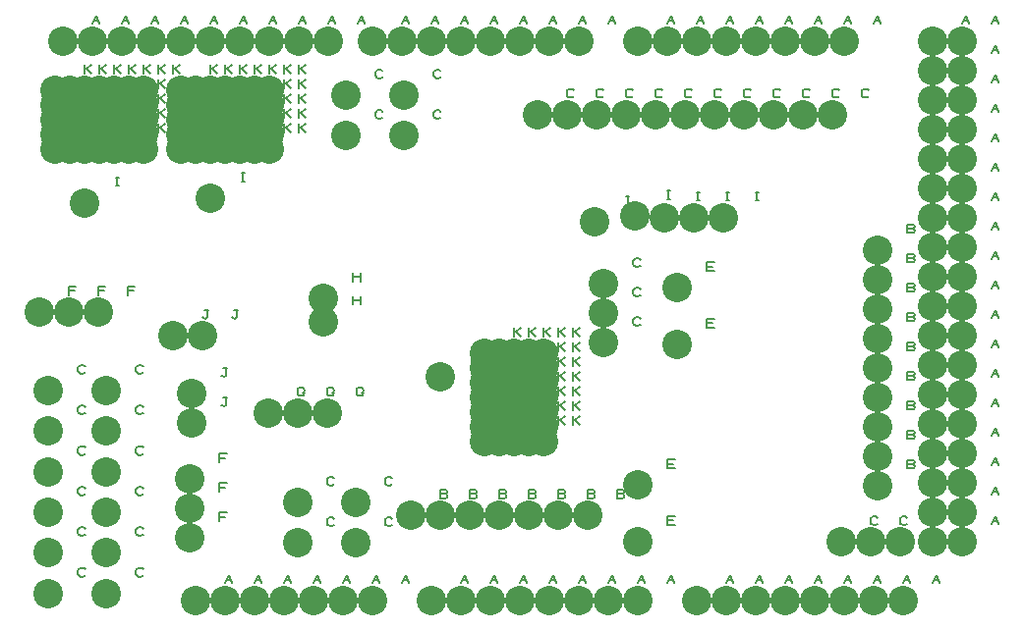
<source format=gbr>
G04 EasyPC Gerber Version 21.0.3 Build 4286 *
G04 #@! TF.Part,Single*
G04 #@! TF.FileFunction,Drillmap *
G04 #@! TF.FilePolarity,Positive *
%FSLAX35Y35*%
%MOIN*%
%ADD118C,0.00669*%
G04 #@! TA.AperFunction,ComponentPad*
%ADD119C,0.10000*%
X0Y0D02*
D02*
D118*
X31069Y115477D02*
Y118430D01*
X33530*
X33037Y116954D02*
X31069D01*
X36628Y20343D02*
X36382Y20097D01*
X35890Y19851*
X35152*
X34659Y20097*
X34413Y20343*
X34167Y20835*
Y21820*
X34413Y22312*
X34659Y22558*
X35152Y22804*
X35890*
X36382Y22558*
X36628Y22312*
Y34123D02*
X36382Y33877D01*
X35890Y33631*
X35152*
X34659Y33877*
X34413Y34123*
X34167Y34615*
Y35599*
X34413Y36091*
X34659Y36337*
X35152Y36583*
X35890*
X36382Y36337*
X36628Y36091*
Y47902D02*
X36382Y47656D01*
X35890Y47410*
X35152*
X34659Y47656*
X34413Y47902*
X34167Y48394*
Y49379*
X34413Y49871*
X34659Y50117*
X35152Y50363*
X35890*
X36382Y50117*
X36628Y49871*
Y61682D02*
X36382Y61436D01*
X35890Y61190*
X35152*
X34659Y61436*
X34413Y61682*
X34167Y62174*
Y63158*
X34413Y63650*
X34659Y63896*
X35152Y64143*
X35890*
X36382Y63896*
X36628Y63650*
Y75461D02*
X36382Y75215D01*
X35890Y74969*
X35152*
X34659Y75215*
X34413Y75461*
X34167Y75954*
Y76938*
X34413Y77430*
X34659Y77676*
X35152Y77922*
X35890*
X36382Y77676*
X36628Y77430*
Y89241D02*
X36382Y88995D01*
X35890Y88749*
X35152*
X34659Y88995*
X34413Y89241*
X34167Y89733*
Y90717*
X34413Y91209*
X34659Y91456*
X35152Y91702*
X35890*
X36382Y91456*
X36628Y91209*
X36305Y170792D02*
Y173745D01*
Y172269D02*
X37043D01*
X38766Y173745*
X37043Y172269D02*
X38766Y170792D01*
X36305Y175792D02*
Y178745D01*
Y177269D02*
X37043D01*
X38766Y178745*
X37043Y177269D02*
X38766Y175792D01*
X36305Y180792D02*
Y183745D01*
Y182269D02*
X37043D01*
X38766Y183745*
X37043Y182269D02*
X38766Y180792D01*
X36305Y185792D02*
Y188745D01*
Y187269D02*
X37043D01*
X38766Y188745*
X37043Y187269D02*
X38766Y185792D01*
X36305Y190792D02*
Y193745D01*
Y192269D02*
X37043D01*
X38766Y193745*
X37043Y192269D02*
X38766Y190792D01*
X39159Y207550D02*
X40390Y210503D01*
X41620Y207550*
X39652Y208780D02*
X41128D01*
X41069Y115477D02*
Y118430D01*
X43530*
X43037Y116954D02*
X41069D01*
X41305Y170792D02*
Y173745D01*
Y172269D02*
X42043D01*
X43766Y173745*
X42043Y172269D02*
X43766Y170792D01*
X41305Y175792D02*
Y178745D01*
Y177269D02*
X42043D01*
X43766Y178745*
X42043Y177269D02*
X43766Y175792D01*
X41305Y180792D02*
Y183745D01*
Y182269D02*
X42043D01*
X43766Y183745*
X42043Y182269D02*
X43766Y180792D01*
X41305Y185792D02*
Y188745D01*
Y187269D02*
X42043D01*
X43766Y188745*
X42043Y187269D02*
X43766Y185792D01*
X41305Y190792D02*
Y193745D01*
Y192269D02*
X42043D01*
X43766Y193745*
X42043Y192269D02*
X43766Y190792D01*
X46305Y170792D02*
Y173745D01*
Y172269D02*
X47043D01*
X48766Y173745*
X47043Y172269D02*
X48766Y170792D01*
X46305Y175792D02*
Y178745D01*
Y177269D02*
X47043D01*
X48766Y178745*
X47043Y177269D02*
X48766Y175792D01*
X46305Y180792D02*
Y183745D01*
Y182269D02*
X47043D01*
X48766Y183745*
X47043Y182269D02*
X48766Y180792D01*
X46305Y185792D02*
Y188745D01*
Y187269D02*
X47043D01*
X48766Y188745*
X47043Y187269D02*
X48766Y185792D01*
X46305Y190792D02*
Y193745D01*
Y192269D02*
X47043D01*
X48766Y193745*
X47043Y192269D02*
X48766Y190792D01*
X47083Y152564D02*
X48067D01*
X47575D02*
Y155517D01*
X47083D02*
X48067D01*
X49159Y207550D02*
X50390Y210503D01*
X51620Y207550*
X49652Y208780D02*
X51128D01*
X51069Y115477D02*
Y118430D01*
X53530*
X53037Y116954D02*
X51069D01*
X51305Y170792D02*
Y173745D01*
Y172269D02*
X52043D01*
X53766Y173745*
X52043Y172269D02*
X53766Y170792D01*
X51305Y175792D02*
Y178745D01*
Y177269D02*
X52043D01*
X53766Y178745*
X52043Y177269D02*
X53766Y175792D01*
X51305Y180792D02*
Y183745D01*
Y182269D02*
X52043D01*
X53766Y183745*
X52043Y182269D02*
X53766Y180792D01*
X51305Y185792D02*
Y188745D01*
Y187269D02*
X52043D01*
X53766Y188745*
X52043Y187269D02*
X53766Y185792D01*
X51305Y190792D02*
Y193745D01*
Y192269D02*
X52043D01*
X53766Y193745*
X52043Y192269D02*
X53766Y190792D01*
X56313Y20343D02*
X56067Y20097D01*
X55575Y19851*
X54837*
X54344Y20097*
X54098Y20343*
X53852Y20835*
Y21820*
X54098Y22312*
X54344Y22558*
X54837Y22804*
X55575*
X56067Y22558*
X56313Y22312*
Y34123D02*
X56067Y33877D01*
X55575Y33631*
X54837*
X54344Y33877*
X54098Y34123*
X53852Y34615*
Y35599*
X54098Y36091*
X54344Y36337*
X54837Y36583*
X55575*
X56067Y36337*
X56313Y36091*
Y47902D02*
X56067Y47656D01*
X55575Y47410*
X54837*
X54344Y47656*
X54098Y47902*
X53852Y48394*
Y49379*
X54098Y49871*
X54344Y50117*
X54837Y50363*
X55575*
X56067Y50117*
X56313Y49871*
Y61682D02*
X56067Y61436D01*
X55575Y61190*
X54837*
X54344Y61436*
X54098Y61682*
X53852Y62174*
Y63158*
X54098Y63650*
X54344Y63896*
X54837Y64143*
X55575*
X56067Y63896*
X56313Y63650*
Y75461D02*
X56067Y75215D01*
X55575Y74969*
X54837*
X54344Y75215*
X54098Y75461*
X53852Y75954*
Y76938*
X54098Y77430*
X54344Y77676*
X54837Y77922*
X55575*
X56067Y77676*
X56313Y77430*
Y89241D02*
X56067Y88995D01*
X55575Y88749*
X54837*
X54344Y88995*
X54098Y89241*
X53852Y89733*
Y90717*
X54098Y91209*
X54344Y91456*
X54837Y91702*
X55575*
X56067Y91456*
X56313Y91209*
X56305Y170792D02*
Y173745D01*
Y172269D02*
X57043D01*
X58766Y173745*
X57043Y172269D02*
X58766Y170792D01*
X56305Y175792D02*
Y178745D01*
Y177269D02*
X57043D01*
X58766Y178745*
X57043Y177269D02*
X58766Y175792D01*
X56305Y180792D02*
Y183745D01*
Y182269D02*
X57043D01*
X58766Y183745*
X57043Y182269D02*
X58766Y180792D01*
X56305Y185792D02*
Y188745D01*
Y187269D02*
X57043D01*
X58766Y188745*
X57043Y187269D02*
X58766Y185792D01*
X56305Y190792D02*
Y193745D01*
Y192269D02*
X57043D01*
X58766Y193745*
X57043Y192269D02*
X58766Y190792D01*
X59159Y207550D02*
X60390Y210503D01*
X61620Y207550*
X59652Y208780D02*
X61128D01*
X61305Y170792D02*
Y173745D01*
Y172269D02*
X62043D01*
X63766Y173745*
X62043Y172269D02*
X63766Y170792D01*
X61305Y175792D02*
Y178745D01*
Y177269D02*
X62043D01*
X63766Y178745*
X62043Y177269D02*
X63766Y175792D01*
X61305Y180792D02*
Y183745D01*
Y182269D02*
X62043D01*
X63766Y183745*
X62043Y182269D02*
X63766Y180792D01*
X61305Y185792D02*
Y188745D01*
Y187269D02*
X62043D01*
X63766Y188745*
X62043Y187269D02*
X63766Y185792D01*
X61305Y190792D02*
Y193745D01*
Y192269D02*
X62043D01*
X63766Y193745*
X62043Y192269D02*
X63766Y190792D01*
X66305Y170792D02*
Y173745D01*
Y172269D02*
X67043D01*
X68766Y173745*
X67043Y172269D02*
X68766Y170792D01*
X66305Y175792D02*
Y178745D01*
Y177269D02*
X67043D01*
X68766Y178745*
X67043Y177269D02*
X68766Y175792D01*
X66305Y180792D02*
Y183745D01*
Y182269D02*
X67043D01*
X68766Y183745*
X67043Y182269D02*
X68766Y180792D01*
X66305Y185792D02*
Y188745D01*
Y187269D02*
X67043D01*
X68766Y188745*
X67043Y187269D02*
X68766Y185792D01*
X66305Y190792D02*
Y193745D01*
Y192269D02*
X67043D01*
X68766Y193745*
X67043Y192269D02*
X68766Y190792D01*
X69159Y207550D02*
X70390Y210503D01*
X71620Y207550*
X69652Y208780D02*
X71128D01*
X76581Y107938D02*
X76827Y107692D01*
X77319Y107446*
X77811Y107692*
X78057Y107938*
Y110398*
X78549*
X78057D02*
X77073D01*
X79061Y170792D02*
Y173745D01*
Y172269D02*
X79799D01*
X81522Y173745*
X79799Y172269D02*
X81522Y170792D01*
X79061Y175792D02*
Y178745D01*
Y177269D02*
X79799D01*
X81522Y178745*
X79799Y177269D02*
X81522Y175792D01*
X79061Y180792D02*
Y183745D01*
Y182269D02*
X79799D01*
X81522Y183745*
X79799Y182269D02*
X81522Y180792D01*
X79061Y185792D02*
Y188745D01*
Y187269D02*
X79799D01*
X81522Y188745*
X79799Y187269D02*
X81522Y185792D01*
X79061Y190792D02*
Y193745D01*
Y192269D02*
X79799D01*
X81522Y193745*
X79799Y192269D02*
X81522Y190792D01*
X79159Y207550D02*
X80390Y210503D01*
X81620Y207550*
X79652Y208780D02*
X81128D01*
X82250Y38706D02*
Y41658D01*
X84711*
X84219Y40182D02*
X82250D01*
Y48706D02*
Y51658D01*
X84711*
X84219Y50182D02*
X82250D01*
Y58706D02*
Y61658D01*
X84711*
X84219Y60182D02*
X82250D01*
X82959Y78174D02*
X83205Y77928D01*
X83697Y77682*
X84189Y77928*
X84435Y78174*
Y80635*
X84927*
X84435D02*
X83451D01*
X82959Y88174D02*
X83205Y87928D01*
X83697Y87682*
X84189Y87928*
X84435Y88174*
Y90635*
X84927*
X84435D02*
X83451D01*
X84061Y170792D02*
Y173745D01*
Y172269D02*
X84799D01*
X86522Y173745*
X84799Y172269D02*
X86522Y170792D01*
X84061Y175792D02*
Y178745D01*
Y177269D02*
X84799D01*
X86522Y178745*
X84799Y177269D02*
X86522Y175792D01*
X84061Y180792D02*
Y183745D01*
Y182269D02*
X84799D01*
X86522Y183745*
X84799Y182269D02*
X86522Y180792D01*
X84061Y185792D02*
Y188745D01*
Y187269D02*
X84799D01*
X86522Y188745*
X84799Y187269D02*
X86522Y185792D01*
X84061Y190792D02*
Y193745D01*
Y192269D02*
X84799D01*
X86522Y193745*
X84799Y192269D02*
X86522Y190792D01*
X84159Y17550D02*
X85390Y20503D01*
X86620Y17550*
X84652Y18780D02*
X86128D01*
X86581Y107938D02*
X86827Y107692D01*
X87319Y107446*
X87811Y107692*
X88057Y107938*
Y110398*
X88549*
X88057D02*
X87073D01*
X89720Y153981D02*
X90705D01*
X90213D02*
Y156934D01*
X89720D02*
X90705D01*
X89061Y170792D02*
Y173745D01*
Y172269D02*
X89799D01*
X91522Y173745*
X89799Y172269D02*
X91522Y170792D01*
X89061Y175792D02*
Y178745D01*
Y177269D02*
X89799D01*
X91522Y178745*
X89799Y177269D02*
X91522Y175792D01*
X89061Y180792D02*
Y183745D01*
Y182269D02*
X89799D01*
X91522Y183745*
X89799Y182269D02*
X91522Y180792D01*
X89061Y185792D02*
Y188745D01*
Y187269D02*
X89799D01*
X91522Y188745*
X89799Y187269D02*
X91522Y185792D01*
X89061Y190792D02*
Y193745D01*
Y192269D02*
X89799D01*
X91522Y193745*
X89799Y192269D02*
X91522Y190792D01*
X89159Y207550D02*
X90390Y210503D01*
X91620Y207550*
X89652Y208780D02*
X91128D01*
X94061Y170792D02*
Y173745D01*
Y172269D02*
X94799D01*
X96522Y173745*
X94799Y172269D02*
X96522Y170792D01*
X94061Y175792D02*
Y178745D01*
Y177269D02*
X94799D01*
X96522Y178745*
X94799Y177269D02*
X96522Y175792D01*
X94061Y180792D02*
Y183745D01*
Y182269D02*
X94799D01*
X96522Y183745*
X94799Y182269D02*
X96522Y180792D01*
X94061Y185792D02*
Y188745D01*
Y187269D02*
X94799D01*
X96522Y188745*
X94799Y187269D02*
X96522Y185792D01*
X94061Y190792D02*
Y193745D01*
Y192269D02*
X94799D01*
X96522Y193745*
X94799Y192269D02*
X96522Y190792D01*
X94159Y17550D02*
X95390Y20503D01*
X96620Y17550*
X94652Y18780D02*
X96128D01*
X99061Y170792D02*
Y173745D01*
Y172269D02*
X99799D01*
X101522Y173745*
X99799Y172269D02*
X101522Y170792D01*
X99061Y175792D02*
Y178745D01*
Y177269D02*
X99799D01*
X101522Y178745*
X99799Y177269D02*
X101522Y175792D01*
X99061Y180792D02*
Y183745D01*
Y182269D02*
X99799D01*
X101522Y183745*
X99799Y182269D02*
X101522Y180792D01*
X99061Y185792D02*
Y188745D01*
Y187269D02*
X99799D01*
X101522Y188745*
X99799Y187269D02*
X101522Y185792D01*
X99061Y190792D02*
Y193745D01*
Y192269D02*
X99799D01*
X101522Y193745*
X99799Y192269D02*
X101522Y190792D01*
X99159Y207550D02*
X100390Y210503D01*
X101620Y207550*
X99652Y208780D02*
X101128D01*
X104061Y170792D02*
Y173745D01*
Y172269D02*
X104799D01*
X106522Y173745*
X104799Y172269D02*
X106522Y170792D01*
X104061Y175792D02*
Y178745D01*
Y177269D02*
X104799D01*
X106522Y178745*
X104799Y177269D02*
X106522Y175792D01*
X104061Y180792D02*
Y183745D01*
Y182269D02*
X104799D01*
X106522Y183745*
X104799Y182269D02*
X106522Y180792D01*
X104061Y185792D02*
Y188745D01*
Y187269D02*
X104799D01*
X106522Y188745*
X104799Y187269D02*
X106522Y185792D01*
X104061Y190792D02*
Y193745D01*
Y192269D02*
X104799D01*
X106522Y193745*
X104799Y192269D02*
X106522Y190792D01*
X104159Y17550D02*
X105390Y20503D01*
X106620Y17550*
X104652Y18780D02*
X106128D01*
X110429Y82456D02*
X111167D01*
Y82209*
X110921Y81717*
X110675Y81471*
X110183Y81225*
X109691*
X109199Y81471*
X108953Y81717*
X108707Y82209*
Y83194*
X108953Y83686*
X109199Y83932*
X109691Y84178*
X110183*
X110675Y83932*
X110921Y83686*
X111167Y83194*
X109061Y170792D02*
Y173745D01*
Y172269D02*
X109799D01*
X111522Y173745*
X109799Y172269D02*
X111522Y170792D01*
X109061Y175792D02*
Y178745D01*
Y177269D02*
X109799D01*
X111522Y178745*
X109799Y177269D02*
X111522Y175792D01*
X109061Y180792D02*
Y183745D01*
Y182269D02*
X109799D01*
X111522Y183745*
X109799Y182269D02*
X111522Y180792D01*
X109061Y185792D02*
Y188745D01*
Y187269D02*
X109799D01*
X111522Y188745*
X109799Y187269D02*
X111522Y185792D01*
X109061Y190792D02*
Y193745D01*
Y192269D02*
X109799D01*
X111522Y193745*
X109799Y192269D02*
X111522Y190792D01*
X109159Y207550D02*
X110390Y210503D01*
X111620Y207550*
X109652Y208780D02*
X111128D01*
X114159Y17550D02*
X115390Y20503D01*
X116620Y17550*
X114652Y18780D02*
X116128D01*
X121108Y37485D02*
X120862Y37239D01*
X120370Y36993*
X119632*
X119140Y37239*
X118894Y37485*
X118648Y37977*
Y38961*
X118894Y39454*
X119140Y39700*
X119632Y39946*
X120370*
X120862Y39700*
X121108Y39454*
Y51265D02*
X120862Y51019D01*
X120370Y50772*
X119632*
X119140Y51019*
X118894Y51265*
X118648Y51757*
Y52741*
X118894Y53233*
X119140Y53479*
X119632Y53725*
X120370*
X120862Y53479*
X121108Y53233*
X120429Y82456D02*
X121167D01*
Y82209*
X120921Y81717*
X120675Y81471*
X120183Y81225*
X119691*
X119199Y81471*
X118953Y81717*
X118707Y82209*
Y83194*
X118953Y83686*
X119199Y83932*
X119691Y84178*
X120183*
X120675Y83932*
X120921Y83686*
X121167Y83194*
X119159Y207550D02*
X120390Y210503D01*
X121620Y207550*
X119652Y208780D02*
X121128D01*
X124159Y17550D02*
X125390Y20503D01*
X126620Y17550*
X124652Y18780D02*
X126128D01*
X127604Y112249D02*
Y115202D01*
Y113725D02*
X130065D01*
Y112249D02*
Y115202D01*
X127604Y120123D02*
Y123076D01*
Y121599D02*
X130065D01*
Y120123D02*
Y123076D01*
X130429Y82456D02*
X131167D01*
Y82209*
X130921Y81717*
X130675Y81471*
X130183Y81225*
X129691*
X129199Y81471*
X128953Y81717*
X128707Y82209*
Y83194*
X128953Y83686*
X129199Y83932*
X129691Y84178*
X130183*
X130675Y83932*
X130921Y83686*
X131167Y83194*
X129159Y207550D02*
X130390Y210503D01*
X131620Y207550*
X129652Y208780D02*
X131128D01*
X134159Y17550D02*
X135390Y20503D01*
X136620Y17550*
X134652Y18780D02*
X136128D01*
X137589Y175869D02*
X137343Y175623D01*
X136850Y175377*
X136112*
X135620Y175623*
X135374Y175869*
X135128Y176361*
Y177345*
X135374Y177837*
X135620Y178083*
X136112Y178330*
X136850*
X137343Y178083*
X137589Y177837*
Y189648D02*
X137343Y189402D01*
X136850Y189156*
X136112*
X135620Y189402*
X135374Y189648*
X135128Y190141*
Y191125*
X135374Y191617*
X135620Y191863*
X136112Y192109*
X136850*
X137343Y191863*
X137589Y191617*
X140793Y37485D02*
X140547Y37239D01*
X140055Y36993*
X139317*
X138825Y37239*
X138579Y37485*
X138333Y37977*
Y38961*
X138579Y39454*
X138825Y39700*
X139317Y39946*
X140055*
X140547Y39700*
X140793Y39454*
Y51265D02*
X140547Y51019D01*
X140055Y50772*
X139317*
X138825Y51019*
X138579Y51265*
X138333Y51757*
Y52741*
X138579Y53233*
X138825Y53479*
X139317Y53725*
X140055*
X140547Y53479*
X140793Y53233*
X144159Y17550D02*
X145390Y20503D01*
X146620Y17550*
X144652Y18780D02*
X146128D01*
X144159Y207550D02*
X145390Y210503D01*
X146620Y207550*
X144652Y208780D02*
X146128D01*
X154159Y207550D02*
X155390Y210503D01*
X156620Y207550*
X154652Y208780D02*
X156128D01*
X157274Y175869D02*
X157028Y175623D01*
X156535Y175377*
X155797*
X155305Y175623*
X155059Y175869*
X154813Y176361*
Y177345*
X155059Y177837*
X155305Y178083*
X155797Y178330*
X156535*
X157028Y178083*
X157274Y177837*
Y189648D02*
X157028Y189402D01*
X156535Y189156*
X155797*
X155305Y189402*
X155059Y189648*
X154813Y190141*
Y191125*
X155059Y191617*
X155305Y191863*
X155797Y192109*
X156535*
X157028Y191863*
X157274Y191617*
X158854Y47977D02*
X159346Y47731D01*
X159593Y47239*
X159346Y46747*
X158854Y46501*
X157132*
Y49454*
X158854*
X159346Y49207*
X159593Y48715*
X159346Y48223*
X158854Y47977*
X157132*
X164159Y17550D02*
X165390Y20503D01*
X166620Y17550*
X164652Y18780D02*
X166128D01*
X164159Y207550D02*
X165390Y210503D01*
X166620Y207550*
X164652Y208780D02*
X166128D01*
X167791Y93509D02*
X168776D01*
X168283D02*
Y96461D01*
X167791D02*
X168776D01*
X168854Y47977D02*
X169346Y47731D01*
X169593Y47239*
X169346Y46747*
X168854Y46501*
X167132*
Y49454*
X168854*
X169346Y49207*
X169593Y48715*
X169346Y48223*
X168854Y47977*
X167132*
X174159Y17550D02*
X175390Y20503D01*
X176620Y17550*
X174652Y18780D02*
X176128D01*
X174159Y207550D02*
X175390Y210503D01*
X176620Y207550*
X174652Y208780D02*
X176128D01*
X178854Y47977D02*
X179346Y47731D01*
X179593Y47239*
X179346Y46747*
X178854Y46501*
X177132*
Y49454*
X178854*
X179346Y49207*
X179593Y48715*
X179346Y48223*
X178854Y47977*
X177132*
X181974Y71422D02*
Y74375D01*
Y72898D02*
X182713D01*
X184435Y74375*
X182713Y72898D02*
X184435Y71422D01*
X181974Y76422D02*
Y79375D01*
Y77898D02*
X182713D01*
X184435Y79375*
X182713Y77898D02*
X184435Y76422D01*
X181974Y81422D02*
Y84375D01*
Y82898D02*
X182713D01*
X184435Y84375*
X182713Y82898D02*
X184435Y81422D01*
X181974Y86422D02*
Y89375D01*
Y87898D02*
X182713D01*
X184435Y89375*
X182713Y87898D02*
X184435Y86422D01*
X181974Y91422D02*
Y94375D01*
Y92898D02*
X182713D01*
X184435Y94375*
X182713Y92898D02*
X184435Y91422D01*
X181974Y96422D02*
Y99375D01*
Y97898D02*
X182713D01*
X184435Y99375*
X182713Y97898D02*
X184435Y96422D01*
X181974Y101422D02*
Y104375D01*
Y102898D02*
X182713D01*
X184435Y104375*
X182713Y102898D02*
X184435Y101422D01*
X184159Y17550D02*
X185390Y20503D01*
X186620Y17550*
X184652Y18780D02*
X186128D01*
X184159Y207550D02*
X185390Y210503D01*
X186620Y207550*
X184652Y208780D02*
X186128D01*
X186974Y71422D02*
Y74375D01*
Y72898D02*
X187713D01*
X189435Y74375*
X187713Y72898D02*
X189435Y71422D01*
X186974Y76422D02*
Y79375D01*
Y77898D02*
X187713D01*
X189435Y79375*
X187713Y77898D02*
X189435Y76422D01*
X186974Y81422D02*
Y84375D01*
Y82898D02*
X187713D01*
X189435Y84375*
X187713Y82898D02*
X189435Y81422D01*
X186974Y86422D02*
Y89375D01*
Y87898D02*
X187713D01*
X189435Y89375*
X187713Y87898D02*
X189435Y86422D01*
X186974Y91422D02*
Y94375D01*
Y92898D02*
X187713D01*
X189435Y94375*
X187713Y92898D02*
X189435Y91422D01*
X186974Y96422D02*
Y99375D01*
Y97898D02*
X187713D01*
X189435Y99375*
X187713Y97898D02*
X189435Y96422D01*
X186974Y101422D02*
Y104375D01*
Y102898D02*
X187713D01*
X189435Y104375*
X187713Y102898D02*
X189435Y101422D01*
X188854Y47977D02*
X189346Y47731D01*
X189593Y47239*
X189346Y46747*
X188854Y46501*
X187132*
Y49454*
X188854*
X189346Y49207*
X189593Y48715*
X189346Y48223*
X188854Y47977*
X187132*
X191974Y71422D02*
Y74375D01*
Y72898D02*
X192713D01*
X194435Y74375*
X192713Y72898D02*
X194435Y71422D01*
X191974Y76422D02*
Y79375D01*
Y77898D02*
X192713D01*
X194435Y79375*
X192713Y77898D02*
X194435Y76422D01*
X191974Y81422D02*
Y84375D01*
Y82898D02*
X192713D01*
X194435Y84375*
X192713Y82898D02*
X194435Y81422D01*
X191974Y86422D02*
Y89375D01*
Y87898D02*
X192713D01*
X194435Y89375*
X192713Y87898D02*
X194435Y86422D01*
X191974Y91422D02*
Y94375D01*
Y92898D02*
X192713D01*
X194435Y94375*
X192713Y92898D02*
X194435Y91422D01*
X191974Y96422D02*
Y99375D01*
Y97898D02*
X192713D01*
X194435Y99375*
X192713Y97898D02*
X194435Y96422D01*
X191974Y101422D02*
Y104375D01*
Y102898D02*
X192713D01*
X194435Y104375*
X192713Y102898D02*
X194435Y101422D01*
X194159Y17550D02*
X195390Y20503D01*
X196620Y17550*
X194652Y18780D02*
X196128D01*
X194159Y207550D02*
X195390Y210503D01*
X196620Y207550*
X194652Y208780D02*
X196128D01*
X196974Y71422D02*
Y74375D01*
Y72898D02*
X197713D01*
X199435Y74375*
X197713Y72898D02*
X199435Y71422D01*
X196974Y76422D02*
Y79375D01*
Y77898D02*
X197713D01*
X199435Y79375*
X197713Y77898D02*
X199435Y76422D01*
X196974Y81422D02*
Y84375D01*
Y82898D02*
X197713D01*
X199435Y84375*
X197713Y82898D02*
X199435Y81422D01*
X196974Y86422D02*
Y89375D01*
Y87898D02*
X197713D01*
X199435Y89375*
X197713Y87898D02*
X199435Y86422D01*
X196974Y91422D02*
Y94375D01*
Y92898D02*
X197713D01*
X199435Y94375*
X197713Y92898D02*
X199435Y91422D01*
X196974Y96422D02*
Y99375D01*
Y97898D02*
X197713D01*
X199435Y99375*
X197713Y97898D02*
X199435Y96422D01*
X196974Y101422D02*
Y104375D01*
Y102898D02*
X197713D01*
X199435Y104375*
X197713Y102898D02*
X199435Y101422D01*
X198854Y47977D02*
X199346Y47731D01*
X199593Y47239*
X199346Y46747*
X198854Y46501*
X197132*
Y49454*
X198854*
X199346Y49207*
X199593Y48715*
X199346Y48223*
X198854Y47977*
X197132*
X202504Y183042D02*
X202258Y182796D01*
X201766Y182550*
X201028*
X200535Y182796*
X200289Y183042*
X200043Y183534*
Y184519*
X200289Y185011*
X200535Y185257*
X201028Y185503*
X201766*
X202258Y185257*
X202504Y185011*
X201974Y71422D02*
Y74375D01*
Y72898D02*
X202713D01*
X204435Y74375*
X202713Y72898D02*
X204435Y71422D01*
X201974Y76422D02*
Y79375D01*
Y77898D02*
X202713D01*
X204435Y79375*
X202713Y77898D02*
X204435Y76422D01*
X201974Y81422D02*
Y84375D01*
Y82898D02*
X202713D01*
X204435Y84375*
X202713Y82898D02*
X204435Y81422D01*
X201974Y86422D02*
Y89375D01*
Y87898D02*
X202713D01*
X204435Y89375*
X202713Y87898D02*
X204435Y86422D01*
X201974Y91422D02*
Y94375D01*
Y92898D02*
X202713D01*
X204435Y94375*
X202713Y92898D02*
X204435Y91422D01*
X201974Y96422D02*
Y99375D01*
Y97898D02*
X202713D01*
X204435Y99375*
X202713Y97898D02*
X204435Y96422D01*
X201974Y101422D02*
Y104375D01*
Y102898D02*
X202713D01*
X204435Y104375*
X202713Y102898D02*
X204435Y101422D01*
X204159Y17550D02*
X205390Y20503D01*
X206620Y17550*
X204652Y18780D02*
X206128D01*
X204159Y207550D02*
X205390Y210503D01*
X206620Y207550*
X204652Y208780D02*
X206128D01*
X208854Y47977D02*
X209346Y47731D01*
X209593Y47239*
X209346Y46747*
X208854Y46501*
X207132*
Y49454*
X208854*
X209346Y49207*
X209593Y48715*
X209346Y48223*
X208854Y47977*
X207132*
X212504Y183042D02*
X212258Y182796D01*
X211766Y182550*
X211028*
X210535Y182796*
X210289Y183042*
X210043Y183534*
Y184519*
X210289Y185011*
X210535Y185257*
X211028Y185503*
X211766*
X212258Y185257*
X212504Y185011*
X214159Y17550D02*
X215390Y20503D01*
X216620Y17550*
X214652Y18780D02*
X216128D01*
X214159Y207550D02*
X215390Y210503D01*
X216620Y207550*
X214652Y208780D02*
X216128D01*
X218854Y47977D02*
X219346Y47731D01*
X219593Y47239*
X219346Y46747*
X218854Y46501*
X217132*
Y49454*
X218854*
X219346Y49207*
X219593Y48715*
X219346Y48223*
X218854Y47977*
X217132*
X220232Y146050D02*
X221217D01*
X220724D02*
Y149003D01*
X220232D02*
X221217D01*
X222504Y183042D02*
X222258Y182796D01*
X221766Y182550*
X221028*
X220535Y182796*
X220289Y183042*
X220043Y183534*
Y184519*
X220289Y185011*
X220535Y185257*
X221028Y185503*
X221766*
X222258Y185257*
X222504Y185011*
X225004Y105542D02*
X224758Y105296D01*
X224266Y105050*
X223528*
X223035Y105296*
X222789Y105542*
X222543Y106034*
Y107019*
X222789Y107511*
X223035Y107757*
X223528Y108003*
X224266*
X224758Y107757*
X225004Y107511*
Y115542D02*
X224758Y115296D01*
X224266Y115050*
X223528*
X223035Y115296*
X222789Y115542*
X222543Y116034*
Y117019*
X222789Y117511*
X223035Y117757*
X223528Y118003*
X224266*
X224758Y117757*
X225004Y117511*
Y125542D02*
X224758Y125296D01*
X224266Y125050*
X223528*
X223035Y125296*
X222789Y125542*
X222543Y126034*
Y127019*
X222789Y127511*
X223035Y127757*
X223528Y128003*
X224266*
X224758Y127757*
X225004Y127511*
X224159Y17550D02*
X225390Y20503D01*
X226620Y17550*
X224652Y18780D02*
X226128D01*
X232504Y183042D02*
X232258Y182796D01*
X231766Y182550*
X231028*
X230535Y182796*
X230289Y183042*
X230043Y183534*
Y184519*
X230289Y185011*
X230535Y185257*
X231028Y185503*
X231766*
X232258Y185257*
X232504Y185011*
X234031Y148050D02*
X235016D01*
X234524D02*
Y151003D01*
X234031D02*
X235016D01*
X234159Y17550D02*
X235390Y20503D01*
X236620Y17550*
X234652Y18780D02*
X236128D01*
X234159Y207550D02*
X235390Y210503D01*
X236620Y207550*
X234652Y208780D02*
X236128D01*
X234293Y37444D02*
Y40396D01*
X236754*
X236262Y38920D02*
X234293D01*
Y37444D02*
X236754D01*
X234293Y56656D02*
Y59609D01*
X236754*
X236262Y58133D02*
X234293D01*
Y56656D02*
X236754D01*
X242504Y183042D02*
X242258Y182796D01*
X241766Y182550*
X241028*
X240535Y182796*
X240289Y183042*
X240043Y183534*
Y184519*
X240289Y185011*
X240535Y185257*
X241028Y185503*
X241766*
X242258Y185257*
X242504Y185011*
X244031Y147550D02*
X245016D01*
X244524D02*
Y150503D01*
X244031D02*
X245016D01*
X244159Y207550D02*
X245390Y210503D01*
X246620Y207550*
X244652Y208780D02*
X246128D01*
X247543Y104444D02*
Y107396D01*
X250004*
X249512Y105920D02*
X247543D01*
Y104444D02*
X250004D01*
X247543Y123656D02*
Y126609D01*
X250004*
X249512Y125133D02*
X247543D01*
Y123656D02*
X250004D01*
X252504Y183042D02*
X252258Y182796D01*
X251766Y182550*
X251028*
X250535Y182796*
X250289Y183042*
X250043Y183534*
Y184519*
X250289Y185011*
X250535Y185257*
X251028Y185503*
X251766*
X252258Y185257*
X252504Y185011*
X254031Y147550D02*
X255016D01*
X254524D02*
Y150503D01*
X254031D02*
X255016D01*
X254159Y17550D02*
X255390Y20503D01*
X256620Y17550*
X254652Y18780D02*
X256128D01*
X254159Y207550D02*
X255390Y210503D01*
X256620Y207550*
X254652Y208780D02*
X256128D01*
X262504Y183042D02*
X262258Y182796D01*
X261766Y182550*
X261028*
X260535Y182796*
X260289Y183042*
X260043Y183534*
Y184519*
X260289Y185011*
X260535Y185257*
X261028Y185503*
X261766*
X262258Y185257*
X262504Y185011*
X264031Y147550D02*
X265016D01*
X264524D02*
Y150503D01*
X264031D02*
X265016D01*
X264159Y17550D02*
X265390Y20503D01*
X266620Y17550*
X264652Y18780D02*
X266128D01*
X264159Y207550D02*
X265390Y210503D01*
X266620Y207550*
X264652Y208780D02*
X266128D01*
X272504Y183042D02*
X272258Y182796D01*
X271766Y182550*
X271028*
X270535Y182796*
X270289Y183042*
X270043Y183534*
Y184519*
X270289Y185011*
X270535Y185257*
X271028Y185503*
X271766*
X272258Y185257*
X272504Y185011*
X274159Y17550D02*
X275390Y20503D01*
X276620Y17550*
X274652Y18780D02*
X276128D01*
X274159Y207550D02*
X275390Y210503D01*
X276620Y207550*
X274652Y208780D02*
X276128D01*
X282504Y183042D02*
X282258Y182796D01*
X281766Y182550*
X281028*
X280535Y182796*
X280289Y183042*
X280043Y183534*
Y184519*
X280289Y185011*
X280535Y185257*
X281028Y185503*
X281766*
X282258Y185257*
X282504Y185011*
X284159Y17550D02*
X285390Y20503D01*
X286620Y17550*
X284652Y18780D02*
X286128D01*
X284159Y207550D02*
X285390Y210503D01*
X286620Y207550*
X284652Y208780D02*
X286128D01*
X292504Y183042D02*
X292258Y182796D01*
X291766Y182550*
X291028*
X290535Y182796*
X290289Y183042*
X290043Y183534*
Y184519*
X290289Y185011*
X290535Y185257*
X291028Y185503*
X291766*
X292258Y185257*
X292504Y185011*
X294159Y17550D02*
X295390Y20503D01*
X296620Y17550*
X294652Y18780D02*
X296128D01*
X294159Y207550D02*
X295390Y210503D01*
X296620Y207550*
X294652Y208780D02*
X296128D01*
X302504Y183042D02*
X302258Y182796D01*
X301766Y182550*
X301028*
X300535Y182796*
X300289Y183042*
X300043Y183534*
Y184519*
X300289Y185011*
X300535Y185257*
X301028Y185503*
X301766*
X302258Y185257*
X302504Y185011*
X305504Y37792D02*
X305258Y37546D01*
X304766Y37300*
X304028*
X303535Y37546*
X303289Y37792*
X303043Y38284*
Y39269*
X303289Y39761*
X303535Y40007*
X304028Y40253*
X304766*
X305258Y40007*
X305504Y39761*
X304159Y17550D02*
X305390Y20503D01*
X306620Y17550*
X304652Y18780D02*
X306128D01*
X304159Y207550D02*
X305390Y210503D01*
X306620Y207550*
X304652Y208780D02*
X306128D01*
X315504Y37792D02*
X315258Y37546D01*
X314766Y37300*
X314028*
X313535Y37546*
X313289Y37792*
X313043Y38284*
Y39269*
X313289Y39761*
X313535Y40007*
X314028Y40253*
X314766*
X315258Y40007*
X315504Y39761*
X314159Y17550D02*
X315390Y20503D01*
X316620Y17550*
X314652Y18780D02*
X316128D01*
X317266Y58026D02*
X317758Y57780D01*
X318004Y57288*
X317758Y56796*
X317266Y56550*
X315543*
Y59503*
X317266*
X317758Y59257*
X318004Y58765*
X317758Y58272*
X317266Y58026*
X315543*
X317266Y68026D02*
X317758Y67780D01*
X318004Y67288*
X317758Y66796*
X317266Y66550*
X315543*
Y69503*
X317266*
X317758Y69257*
X318004Y68765*
X317758Y68272*
X317266Y68026*
X315543*
X317266Y78026D02*
X317758Y77780D01*
X318004Y77288*
X317758Y76796*
X317266Y76550*
X315543*
Y79503*
X317266*
X317758Y79257*
X318004Y78765*
X317758Y78272*
X317266Y78026*
X315543*
X317266Y88026D02*
X317758Y87780D01*
X318004Y87288*
X317758Y86796*
X317266Y86550*
X315543*
Y89503*
X317266*
X317758Y89257*
X318004Y88765*
X317758Y88272*
X317266Y88026*
X315543*
X317266Y98026D02*
X317758Y97780D01*
X318004Y97288*
X317758Y96796*
X317266Y96550*
X315543*
Y99503*
X317266*
X317758Y99257*
X318004Y98765*
X317758Y98272*
X317266Y98026*
X315543*
X317266Y108026D02*
X317758Y107780D01*
X318004Y107288*
X317758Y106796*
X317266Y106550*
X315543*
Y109503*
X317266*
X317758Y109257*
X318004Y108765*
X317758Y108272*
X317266Y108026*
X315543*
X317266Y118026D02*
X317758Y117780D01*
X318004Y117288*
X317758Y116796*
X317266Y116550*
X315543*
Y119503*
X317266*
X317758Y119257*
X318004Y118765*
X317758Y118272*
X317266Y118026*
X315543*
X317266Y128026D02*
X317758Y127780D01*
X318004Y127288*
X317758Y126796*
X317266Y126550*
X315543*
Y129503*
X317266*
X317758Y129257*
X318004Y128765*
X317758Y128272*
X317266Y128026*
X315543*
X317266Y138026D02*
X317758Y137780D01*
X318004Y137288*
X317758Y136796*
X317266Y136550*
X315543*
Y139503*
X317266*
X317758Y139257*
X318004Y138765*
X317758Y138272*
X317266Y138026*
X315543*
X325504Y37792D02*
X325258Y37546D01*
X324766Y37300*
X324028*
X323535Y37546*
X323289Y37792*
X323043Y38284*
Y39269*
X323289Y39761*
X323535Y40007*
X324028Y40253*
X324766*
X325258Y40007*
X325504Y39761*
X324159Y17550D02*
X325390Y20503D01*
X326620Y17550*
X324652Y18780D02*
X326128D01*
X334159Y37550D02*
X335390Y40503D01*
X336620Y37550*
X334652Y38780D02*
X336128D01*
X334159Y47550D02*
X335390Y50503D01*
X336620Y47550*
X334652Y48780D02*
X336128D01*
X334159Y57550D02*
X335390Y60503D01*
X336620Y57550*
X334652Y58780D02*
X336128D01*
X334159Y67550D02*
X335390Y70503D01*
X336620Y67550*
X334652Y68780D02*
X336128D01*
X334159Y77550D02*
X335390Y80503D01*
X336620Y77550*
X334652Y78780D02*
X336128D01*
X334159Y87550D02*
X335390Y90503D01*
X336620Y87550*
X334652Y88780D02*
X336128D01*
X334159Y97550D02*
X335390Y100503D01*
X336620Y97550*
X334652Y98780D02*
X336128D01*
X334159Y107550D02*
X335390Y110503D01*
X336620Y107550*
X334652Y108780D02*
X336128D01*
X334159Y117550D02*
X335390Y120503D01*
X336620Y117550*
X334652Y118780D02*
X336128D01*
X334159Y127550D02*
X335390Y130503D01*
X336620Y127550*
X334652Y128780D02*
X336128D01*
X334159Y137550D02*
X335390Y140503D01*
X336620Y137550*
X334652Y138780D02*
X336128D01*
X334159Y147550D02*
X335390Y150503D01*
X336620Y147550*
X334652Y148780D02*
X336128D01*
X334159Y157550D02*
X335390Y160503D01*
X336620Y157550*
X334652Y158780D02*
X336128D01*
X334159Y167550D02*
X335390Y170503D01*
X336620Y167550*
X334652Y168780D02*
X336128D01*
X334159Y177550D02*
X335390Y180503D01*
X336620Y177550*
X334652Y178780D02*
X336128D01*
X334159Y187550D02*
X335390Y190503D01*
X336620Y187550*
X334652Y188780D02*
X336128D01*
X334159Y197550D02*
X335390Y200503D01*
X336620Y197550*
X334652Y198780D02*
X336128D01*
X334159Y207550D02*
X335390Y210503D01*
X336620Y207550*
X334652Y208780D02*
X336128D01*
X344159Y37550D02*
X345390Y40503D01*
X346620Y37550*
X344652Y38780D02*
X346128D01*
X344159Y47550D02*
X345390Y50503D01*
X346620Y47550*
X344652Y48780D02*
X346128D01*
X344159Y57550D02*
X345390Y60503D01*
X346620Y57550*
X344652Y58780D02*
X346128D01*
X344159Y67550D02*
X345390Y70503D01*
X346620Y67550*
X344652Y68780D02*
X346128D01*
X344159Y77550D02*
X345390Y80503D01*
X346620Y77550*
X344652Y78780D02*
X346128D01*
X344159Y87550D02*
X345390Y90503D01*
X346620Y87550*
X344652Y88780D02*
X346128D01*
X344159Y97550D02*
X345390Y100503D01*
X346620Y97550*
X344652Y98780D02*
X346128D01*
X344159Y107550D02*
X345390Y110503D01*
X346620Y107550*
X344652Y108780D02*
X346128D01*
X344159Y117550D02*
X345390Y120503D01*
X346620Y117550*
X344652Y118780D02*
X346128D01*
X344159Y127550D02*
X345390Y130503D01*
X346620Y127550*
X344652Y128780D02*
X346128D01*
X344159Y137550D02*
X345390Y140503D01*
X346620Y137550*
X344652Y138780D02*
X346128D01*
X344159Y147550D02*
X345390Y150503D01*
X346620Y147550*
X344652Y148780D02*
X346128D01*
X344159Y157550D02*
X345390Y160503D01*
X346620Y157550*
X344652Y158780D02*
X346128D01*
X344159Y167550D02*
X345390Y170503D01*
X346620Y167550*
X344652Y168780D02*
X346128D01*
X344159Y177550D02*
X345390Y180503D01*
X346620Y177550*
X344652Y178780D02*
X346128D01*
X344159Y187550D02*
X345390Y190503D01*
X346620Y187550*
X344652Y188780D02*
X346128D01*
X344159Y197550D02*
X345390Y200503D01*
X346620Y197550*
X344652Y198780D02*
X346128D01*
X344159Y207550D02*
X345390Y210503D01*
X346620Y207550*
X344652Y208780D02*
X346128D01*
D02*
D119*
X21069Y109739D03*
X24167Y14113D03*
Y27893D03*
Y41672D03*
Y55452D03*
Y69231D03*
Y83011D03*
X26305Y165054D03*
Y170054D03*
Y175054D03*
Y180054D03*
Y185054D03*
X29159Y201812D03*
X31069Y109739D03*
X31305Y165054D03*
Y170054D03*
Y175054D03*
Y180054D03*
Y185054D03*
X36305Y165054D03*
Y170054D03*
Y175054D03*
Y180054D03*
Y185054D03*
X36344Y146826D03*
X39159Y201812D03*
X41069Y109739D03*
X41305Y165054D03*
Y170054D03*
Y175054D03*
Y180054D03*
Y185054D03*
X43852Y14113D03*
Y27893D03*
Y41672D03*
Y55452D03*
Y69231D03*
Y83011D03*
X46305Y165054D03*
Y170054D03*
Y175054D03*
Y180054D03*
Y185054D03*
X49159Y201812D03*
X51305Y165054D03*
Y170054D03*
Y175054D03*
Y180054D03*
Y185054D03*
X56305Y165054D03*
Y170054D03*
Y175054D03*
Y180054D03*
Y185054D03*
X59159Y201812D03*
X66581Y101707D03*
X69061Y165054D03*
Y170054D03*
Y175054D03*
Y180054D03*
Y185054D03*
X69159Y201812D03*
X72250Y32967D03*
Y42967D03*
Y52967D03*
X72959Y71944D03*
Y81944D03*
X74061Y165054D03*
Y170054D03*
Y175054D03*
Y180054D03*
Y185054D03*
X74159Y11812D03*
X76581Y101707D03*
X78982Y148243D03*
X79061Y165054D03*
Y170054D03*
Y175054D03*
Y180054D03*
Y185054D03*
X79159Y201812D03*
X84061Y165054D03*
Y170054D03*
Y175054D03*
Y180054D03*
Y185054D03*
X84159Y11812D03*
X89061Y165054D03*
Y170054D03*
Y175054D03*
Y180054D03*
Y185054D03*
X89159Y201812D03*
X94061Y165054D03*
Y170054D03*
Y175054D03*
Y180054D03*
Y185054D03*
X94159Y11812D03*
X98707Y75487D03*
X99061Y165054D03*
Y170054D03*
Y175054D03*
Y180054D03*
Y185054D03*
X99159Y201812D03*
X104159Y11812D03*
X108648Y31255D03*
Y45034D03*
X108707Y75487D03*
X109159Y201812D03*
X114159Y11812D03*
X117604Y106511D03*
Y114385D03*
X118707Y75487D03*
X119159Y201812D03*
X124159Y11812D03*
X125128Y169639D03*
Y183418D03*
X128333Y31255D03*
Y45034D03*
X134159Y11812D03*
Y201812D03*
X144159D03*
X144813Y169639D03*
Y183418D03*
X147132Y40763D03*
X154159Y11812D03*
Y201812D03*
X157053Y87770D03*
X157132Y40763D03*
X164159Y11812D03*
Y201812D03*
X167132Y40763D03*
X171974Y65684D03*
Y70684D03*
Y75684D03*
Y80684D03*
Y85684D03*
Y90684D03*
Y95684D03*
X174159Y11812D03*
Y201812D03*
X176974Y65684D03*
Y70684D03*
Y75684D03*
Y80684D03*
Y85684D03*
Y90684D03*
Y95684D03*
X177132Y40763D03*
X181974Y65684D03*
Y70684D03*
Y75684D03*
Y80684D03*
Y85684D03*
Y90684D03*
Y95684D03*
X184159Y11812D03*
Y201812D03*
X186974Y65684D03*
Y70684D03*
Y75684D03*
Y80684D03*
Y85684D03*
Y90684D03*
Y95684D03*
X187132Y40763D03*
X190043Y176812D03*
X191974Y65684D03*
Y70684D03*
Y75684D03*
Y80684D03*
Y85684D03*
Y90684D03*
Y95684D03*
X194159Y11812D03*
Y201812D03*
X197132Y40763D03*
X200043Y176812D03*
X204159Y11812D03*
Y201812D03*
X207132Y40763D03*
X209494Y140312D03*
X210043Y176812D03*
X212543Y99312D03*
Y109312D03*
Y119312D03*
X214159Y11812D03*
X220043Y176812D03*
X223293Y142312D03*
X224159Y11812D03*
Y201812D03*
X224293Y31706D03*
Y50918D03*
X230043Y176812D03*
X233293Y141812D03*
X234159Y201812D03*
X237543Y98706D03*
Y117918D03*
X240043Y176812D03*
X243293Y141812D03*
X244159Y11812D03*
Y201812D03*
X250043Y176812D03*
X253293Y141812D03*
X254159Y11812D03*
Y201812D03*
X260043Y176812D03*
X264159Y11812D03*
Y201812D03*
X270043Y176812D03*
X274159Y11812D03*
Y201812D03*
X280043Y176812D03*
X284159Y11812D03*
Y201812D03*
X290043Y176812D03*
X293043Y31562D03*
X294159Y11812D03*
Y201812D03*
X303043Y31562D03*
X304159Y11812D03*
X305543Y50812D03*
Y60812D03*
Y70812D03*
Y80812D03*
Y90812D03*
Y100812D03*
Y110812D03*
Y120812D03*
Y130812D03*
X313043Y31562D03*
X314159Y11812D03*
X324159Y31812D03*
Y41812D03*
Y51812D03*
Y61812D03*
Y71812D03*
Y81812D03*
Y91812D03*
Y101812D03*
Y111812D03*
Y121812D03*
Y131812D03*
Y141812D03*
Y151812D03*
Y161812D03*
Y171812D03*
Y181812D03*
Y191812D03*
Y201812D03*
X334159Y31812D03*
Y41812D03*
Y51812D03*
Y61812D03*
Y71812D03*
Y81812D03*
Y91812D03*
Y101812D03*
Y111812D03*
Y121812D03*
Y131812D03*
Y141812D03*
Y151812D03*
Y161812D03*
Y171812D03*
Y181812D03*
Y191812D03*
Y201812D03*
X0Y0D02*
M02*

</source>
